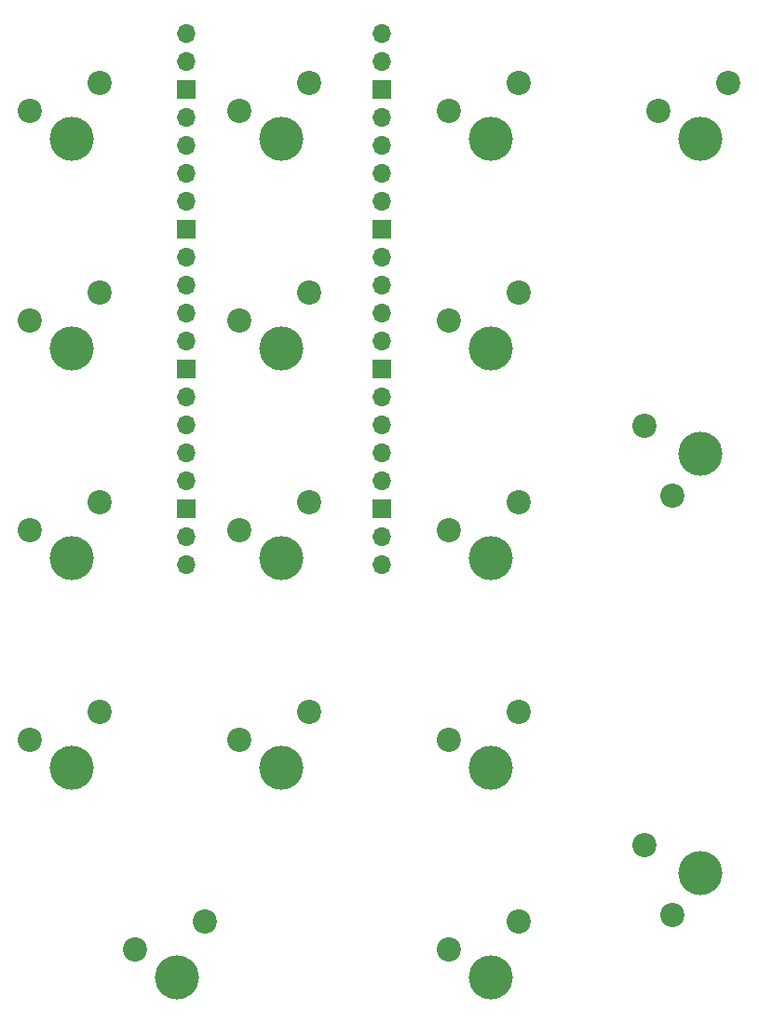
<source format=gbr>
%TF.GenerationSoftware,KiCad,Pcbnew,(6.0.9)*%
%TF.CreationDate,2023-01-29T18:03:13-08:00*%
%TF.ProjectId,numpad,6e756d70-6164-42e6-9b69-6361645f7063,rev?*%
%TF.SameCoordinates,Original*%
%TF.FileFunction,Soldermask,Top*%
%TF.FilePolarity,Negative*%
%FSLAX46Y46*%
G04 Gerber Fmt 4.6, Leading zero omitted, Abs format (unit mm)*
G04 Created by KiCad (PCBNEW (6.0.9)) date 2023-01-29 18:03:13*
%MOMM*%
%LPD*%
G01*
G04 APERTURE LIST*
%ADD10O,1.700000X1.700000*%
%ADD11R,1.700000X1.700000*%
%ADD12C,2.200000*%
%ADD13C,4.000000*%
G04 APERTURE END LIST*
D10*
%TO.C,U1*%
X81510000Y-53325000D03*
X81510000Y-55865000D03*
D11*
X81510000Y-58405000D03*
D10*
X81510000Y-60945000D03*
X81510000Y-63485000D03*
X81510000Y-66025000D03*
X81510000Y-68565000D03*
D11*
X81510000Y-71105000D03*
D10*
X81510000Y-73645000D03*
X81510000Y-76185000D03*
X81510000Y-78725000D03*
X81510000Y-81265000D03*
D11*
X81510000Y-83805000D03*
D10*
X81510000Y-86345000D03*
X81510000Y-88885000D03*
X81510000Y-91425000D03*
X81510000Y-93965000D03*
D11*
X81510000Y-96505000D03*
D10*
X81510000Y-99045000D03*
X81510000Y-101585000D03*
X99290000Y-101585000D03*
X99290000Y-99045000D03*
D11*
X99290000Y-96505000D03*
D10*
X99290000Y-93965000D03*
X99290000Y-91425000D03*
X99290000Y-88885000D03*
X99290000Y-86345000D03*
D11*
X99290000Y-83805000D03*
D10*
X99290000Y-81265000D03*
X99290000Y-78725000D03*
X99290000Y-76185000D03*
X99290000Y-73645000D03*
D11*
X99290000Y-71105000D03*
D10*
X99290000Y-68565000D03*
X99290000Y-66025000D03*
X99290000Y-63485000D03*
X99290000Y-60945000D03*
D11*
X99290000Y-58405000D03*
D10*
X99290000Y-55865000D03*
X99290000Y-53325000D03*
%TD*%
D12*
%TO.C,SW17*%
X123170000Y-88935000D03*
X125710000Y-95285000D03*
D13*
X128250000Y-91475000D03*
%TD*%
D12*
%TO.C,SW16*%
X123170000Y-127035000D03*
X125710000Y-133385000D03*
D13*
X128250000Y-129575000D03*
%TD*%
D12*
%TO.C,SW15*%
X83165000Y-134020000D03*
X76815000Y-136560000D03*
D13*
X80625000Y-139100000D03*
%TD*%
D12*
%TO.C,SW14*%
X130790000Y-57820000D03*
X124440000Y-60360000D03*
D13*
X128250000Y-62900000D03*
%TD*%
D12*
%TO.C,SW13*%
X111740000Y-134020000D03*
X105390000Y-136560000D03*
D13*
X109200000Y-139100000D03*
%TD*%
D12*
%TO.C,SW12*%
X111740000Y-57820000D03*
X105390000Y-60360000D03*
D13*
X109200000Y-62900000D03*
%TD*%
D12*
%TO.C,SW11*%
X92690000Y-57820000D03*
X86340000Y-60360000D03*
D13*
X90150000Y-62900000D03*
%TD*%
D12*
%TO.C,SW10*%
X73640000Y-57820000D03*
X67290000Y-60360000D03*
D13*
X71100000Y-62900000D03*
%TD*%
D12*
%TO.C,SW9*%
X111740000Y-76870000D03*
X105390000Y-79410000D03*
D13*
X109200000Y-81950000D03*
%TD*%
D12*
%TO.C,SW8*%
X92690000Y-76870000D03*
X86340000Y-79410000D03*
D13*
X90150000Y-81950000D03*
%TD*%
D12*
%TO.C,SW7*%
X73640000Y-76870000D03*
X67290000Y-79410000D03*
D13*
X71100000Y-81950000D03*
%TD*%
%TO.C,SW6*%
X109200000Y-101000000D03*
D12*
X105390000Y-98460000D03*
X111740000Y-95920000D03*
%TD*%
%TO.C,SW5*%
X92690000Y-95920000D03*
X86340000Y-98460000D03*
D13*
X90150000Y-101000000D03*
%TD*%
D12*
%TO.C,SW4*%
X73640000Y-95920000D03*
X67290000Y-98460000D03*
D13*
X71100000Y-101000000D03*
%TD*%
D12*
%TO.C,SW3*%
X111740000Y-114970000D03*
X105390000Y-117510000D03*
D13*
X109200000Y-120050000D03*
%TD*%
D12*
%TO.C,SW2*%
X92690000Y-114970000D03*
X86340000Y-117510000D03*
D13*
X90150000Y-120050000D03*
%TD*%
D12*
%TO.C,SW1*%
X73640000Y-114970000D03*
X67290000Y-117510000D03*
D13*
X71100000Y-120050000D03*
%TD*%
M02*

</source>
